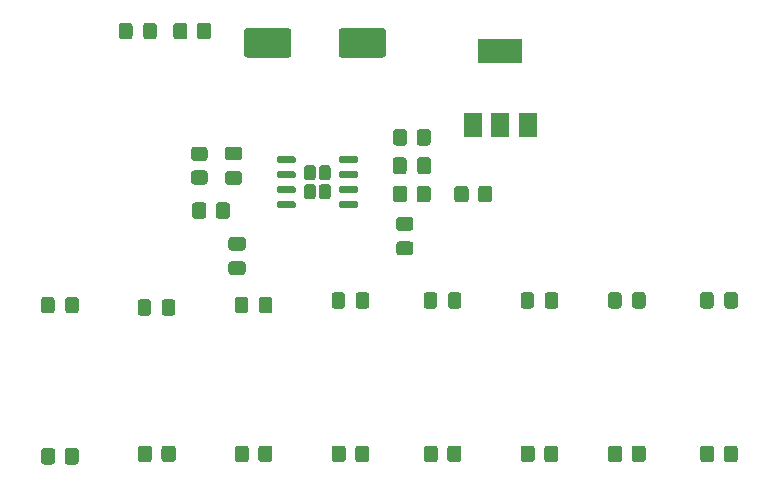
<source format=gbr>
%TF.GenerationSoftware,KiCad,Pcbnew,(5.1.10)-1*%
%TF.CreationDate,2022-04-08T18:55:06+02:00*%
%TF.ProjectId,shield_Arduino,73686965-6c64-45f4-9172-6475696e6f2e,rev?*%
%TF.SameCoordinates,Original*%
%TF.FileFunction,Paste,Top*%
%TF.FilePolarity,Positive*%
%FSLAX46Y46*%
G04 Gerber Fmt 4.6, Leading zero omitted, Abs format (unit mm)*
G04 Created by KiCad (PCBNEW (5.1.10)-1) date 2022-04-08 18:55:06*
%MOMM*%
%LPD*%
G01*
G04 APERTURE LIST*
%ADD10R,1.500000X2.000000*%
%ADD11R,3.800000X2.000000*%
G04 APERTURE END LIST*
D10*
%TO.C,Q1*%
X142000000Y-119690000D03*
X146600000Y-119690000D03*
X144300000Y-119690000D03*
D11*
X144300000Y-113390000D03*
%TD*%
%TO.C,R10*%
G36*
G01*
X132000000Y-147990001D02*
X132000000Y-147089999D01*
G75*
G02*
X132249999Y-146840000I249999J0D01*
G01*
X132950001Y-146840000D01*
G75*
G02*
X133200000Y-147089999I0J-249999D01*
G01*
X133200000Y-147990001D01*
G75*
G02*
X132950001Y-148240000I-249999J0D01*
G01*
X132249999Y-148240000D01*
G75*
G02*
X132000000Y-147990001I0J249999D01*
G01*
G37*
G36*
G01*
X130000000Y-147990001D02*
X130000000Y-147089999D01*
G75*
G02*
X130249999Y-146840000I249999J0D01*
G01*
X130950001Y-146840000D01*
G75*
G02*
X131200000Y-147089999I0J-249999D01*
G01*
X131200000Y-147990001D01*
G75*
G02*
X130950001Y-148240000I-249999J0D01*
G01*
X130249999Y-148240000D01*
G75*
G02*
X130000000Y-147990001I0J249999D01*
G01*
G37*
%TD*%
%TO.C,R11*%
G36*
G01*
X139800000Y-147990001D02*
X139800000Y-147089999D01*
G75*
G02*
X140049999Y-146840000I249999J0D01*
G01*
X140750001Y-146840000D01*
G75*
G02*
X141000000Y-147089999I0J-249999D01*
G01*
X141000000Y-147990001D01*
G75*
G02*
X140750001Y-148240000I-249999J0D01*
G01*
X140049999Y-148240000D01*
G75*
G02*
X139800000Y-147990001I0J249999D01*
G01*
G37*
G36*
G01*
X137800000Y-147990001D02*
X137800000Y-147089999D01*
G75*
G02*
X138049999Y-146840000I249999J0D01*
G01*
X138750001Y-146840000D01*
G75*
G02*
X139000000Y-147089999I0J-249999D01*
G01*
X139000000Y-147990001D01*
G75*
G02*
X138750001Y-148240000I-249999J0D01*
G01*
X138049999Y-148240000D01*
G75*
G02*
X137800000Y-147990001I0J249999D01*
G01*
G37*
%TD*%
%TO.C,R7*%
G36*
G01*
X106600000Y-147289999D02*
X106600000Y-148190001D01*
G75*
G02*
X106350001Y-148440000I-249999J0D01*
G01*
X105649999Y-148440000D01*
G75*
G02*
X105400000Y-148190001I0J249999D01*
G01*
X105400000Y-147289999D01*
G75*
G02*
X105649999Y-147040000I249999J0D01*
G01*
X106350001Y-147040000D01*
G75*
G02*
X106600000Y-147289999I0J-249999D01*
G01*
G37*
G36*
G01*
X108600000Y-147289999D02*
X108600000Y-148190001D01*
G75*
G02*
X108350001Y-148440000I-249999J0D01*
G01*
X107649999Y-148440000D01*
G75*
G02*
X107400000Y-148190001I0J249999D01*
G01*
X107400000Y-147289999D01*
G75*
G02*
X107649999Y-147040000I249999J0D01*
G01*
X108350001Y-147040000D01*
G75*
G02*
X108600000Y-147289999I0J-249999D01*
G01*
G37*
%TD*%
%TO.C,U1*%
G36*
G01*
X128925000Y-125735000D02*
X128925000Y-124945000D01*
G75*
G02*
X129175000Y-124695000I250000J0D01*
G01*
X129685000Y-124695000D01*
G75*
G02*
X129935000Y-124945000I0J-250000D01*
G01*
X129935000Y-125735000D01*
G75*
G02*
X129685000Y-125985000I-250000J0D01*
G01*
X129175000Y-125985000D01*
G75*
G02*
X128925000Y-125735000I0J250000D01*
G01*
G37*
G36*
G01*
X128925000Y-124135000D02*
X128925000Y-123345000D01*
G75*
G02*
X129175000Y-123095000I250000J0D01*
G01*
X129685000Y-123095000D01*
G75*
G02*
X129935000Y-123345000I0J-250000D01*
G01*
X129935000Y-124135000D01*
G75*
G02*
X129685000Y-124385000I-250000J0D01*
G01*
X129175000Y-124385000D01*
G75*
G02*
X128925000Y-124135000I0J250000D01*
G01*
G37*
G36*
G01*
X127665000Y-125735000D02*
X127665000Y-124945000D01*
G75*
G02*
X127915000Y-124695000I250000J0D01*
G01*
X128425000Y-124695000D01*
G75*
G02*
X128675000Y-124945000I0J-250000D01*
G01*
X128675000Y-125735000D01*
G75*
G02*
X128425000Y-125985000I-250000J0D01*
G01*
X127915000Y-125985000D01*
G75*
G02*
X127665000Y-125735000I0J250000D01*
G01*
G37*
G36*
G01*
X127665000Y-124135000D02*
X127665000Y-123345000D01*
G75*
G02*
X127915000Y-123095000I250000J0D01*
G01*
X128425000Y-123095000D01*
G75*
G02*
X128675000Y-123345000I0J-250000D01*
G01*
X128675000Y-124135000D01*
G75*
G02*
X128425000Y-124385000I-250000J0D01*
G01*
X127915000Y-124385000D01*
G75*
G02*
X127665000Y-124135000I0J250000D01*
G01*
G37*
G36*
G01*
X130625000Y-122785000D02*
X130625000Y-122485000D01*
G75*
G02*
X130775000Y-122335000I150000J0D01*
G01*
X132100000Y-122335000D01*
G75*
G02*
X132250000Y-122485000I0J-150000D01*
G01*
X132250000Y-122785000D01*
G75*
G02*
X132100000Y-122935000I-150000J0D01*
G01*
X130775000Y-122935000D01*
G75*
G02*
X130625000Y-122785000I0J150000D01*
G01*
G37*
G36*
G01*
X130625000Y-124055000D02*
X130625000Y-123755000D01*
G75*
G02*
X130775000Y-123605000I150000J0D01*
G01*
X132100000Y-123605000D01*
G75*
G02*
X132250000Y-123755000I0J-150000D01*
G01*
X132250000Y-124055000D01*
G75*
G02*
X132100000Y-124205000I-150000J0D01*
G01*
X130775000Y-124205000D01*
G75*
G02*
X130625000Y-124055000I0J150000D01*
G01*
G37*
G36*
G01*
X130625000Y-125325000D02*
X130625000Y-125025000D01*
G75*
G02*
X130775000Y-124875000I150000J0D01*
G01*
X132100000Y-124875000D01*
G75*
G02*
X132250000Y-125025000I0J-150000D01*
G01*
X132250000Y-125325000D01*
G75*
G02*
X132100000Y-125475000I-150000J0D01*
G01*
X130775000Y-125475000D01*
G75*
G02*
X130625000Y-125325000I0J150000D01*
G01*
G37*
G36*
G01*
X130625000Y-126595000D02*
X130625000Y-126295000D01*
G75*
G02*
X130775000Y-126145000I150000J0D01*
G01*
X132100000Y-126145000D01*
G75*
G02*
X132250000Y-126295000I0J-150000D01*
G01*
X132250000Y-126595000D01*
G75*
G02*
X132100000Y-126745000I-150000J0D01*
G01*
X130775000Y-126745000D01*
G75*
G02*
X130625000Y-126595000I0J150000D01*
G01*
G37*
G36*
G01*
X125350000Y-126595000D02*
X125350000Y-126295000D01*
G75*
G02*
X125500000Y-126145000I150000J0D01*
G01*
X126825000Y-126145000D01*
G75*
G02*
X126975000Y-126295000I0J-150000D01*
G01*
X126975000Y-126595000D01*
G75*
G02*
X126825000Y-126745000I-150000J0D01*
G01*
X125500000Y-126745000D01*
G75*
G02*
X125350000Y-126595000I0J150000D01*
G01*
G37*
G36*
G01*
X125350000Y-125325000D02*
X125350000Y-125025000D01*
G75*
G02*
X125500000Y-124875000I150000J0D01*
G01*
X126825000Y-124875000D01*
G75*
G02*
X126975000Y-125025000I0J-150000D01*
G01*
X126975000Y-125325000D01*
G75*
G02*
X126825000Y-125475000I-150000J0D01*
G01*
X125500000Y-125475000D01*
G75*
G02*
X125350000Y-125325000I0J150000D01*
G01*
G37*
G36*
G01*
X125350000Y-124055000D02*
X125350000Y-123755000D01*
G75*
G02*
X125500000Y-123605000I150000J0D01*
G01*
X126825000Y-123605000D01*
G75*
G02*
X126975000Y-123755000I0J-150000D01*
G01*
X126975000Y-124055000D01*
G75*
G02*
X126825000Y-124205000I-150000J0D01*
G01*
X125500000Y-124205000D01*
G75*
G02*
X125350000Y-124055000I0J150000D01*
G01*
G37*
G36*
G01*
X125350000Y-122785000D02*
X125350000Y-122485000D01*
G75*
G02*
X125500000Y-122335000I150000J0D01*
G01*
X126825000Y-122335000D01*
G75*
G02*
X126975000Y-122485000I0J-150000D01*
G01*
X126975000Y-122785000D01*
G75*
G02*
X126825000Y-122935000I-150000J0D01*
G01*
X125500000Y-122935000D01*
G75*
G02*
X125350000Y-122785000I0J150000D01*
G01*
G37*
%TD*%
%TO.C,R14*%
G36*
G01*
X163200000Y-147990001D02*
X163200000Y-147089999D01*
G75*
G02*
X163449999Y-146840000I249999J0D01*
G01*
X164150001Y-146840000D01*
G75*
G02*
X164400000Y-147089999I0J-249999D01*
G01*
X164400000Y-147990001D01*
G75*
G02*
X164150001Y-148240000I-249999J0D01*
G01*
X163449999Y-148240000D01*
G75*
G02*
X163200000Y-147990001I0J249999D01*
G01*
G37*
G36*
G01*
X161200000Y-147990001D02*
X161200000Y-147089999D01*
G75*
G02*
X161449999Y-146840000I249999J0D01*
G01*
X162150001Y-146840000D01*
G75*
G02*
X162400000Y-147089999I0J-249999D01*
G01*
X162400000Y-147990001D01*
G75*
G02*
X162150001Y-148240000I-249999J0D01*
G01*
X161449999Y-148240000D01*
G75*
G02*
X161200000Y-147990001I0J249999D01*
G01*
G37*
%TD*%
%TO.C,R13*%
G36*
G01*
X155400000Y-147990001D02*
X155400000Y-147089999D01*
G75*
G02*
X155649999Y-146840000I249999J0D01*
G01*
X156350001Y-146840000D01*
G75*
G02*
X156600000Y-147089999I0J-249999D01*
G01*
X156600000Y-147990001D01*
G75*
G02*
X156350001Y-148240000I-249999J0D01*
G01*
X155649999Y-148240000D01*
G75*
G02*
X155400000Y-147990001I0J249999D01*
G01*
G37*
G36*
G01*
X153400000Y-147990001D02*
X153400000Y-147089999D01*
G75*
G02*
X153649999Y-146840000I249999J0D01*
G01*
X154350001Y-146840000D01*
G75*
G02*
X154600000Y-147089999I0J-249999D01*
G01*
X154600000Y-147990001D01*
G75*
G02*
X154350001Y-148240000I-249999J0D01*
G01*
X153649999Y-148240000D01*
G75*
G02*
X153400000Y-147990001I0J249999D01*
G01*
G37*
%TD*%
%TO.C,R12*%
G36*
G01*
X148000000Y-147990001D02*
X148000000Y-147089999D01*
G75*
G02*
X148249999Y-146840000I249999J0D01*
G01*
X148950001Y-146840000D01*
G75*
G02*
X149200000Y-147089999I0J-249999D01*
G01*
X149200000Y-147990001D01*
G75*
G02*
X148950001Y-148240000I-249999J0D01*
G01*
X148249999Y-148240000D01*
G75*
G02*
X148000000Y-147990001I0J249999D01*
G01*
G37*
G36*
G01*
X146000000Y-147990001D02*
X146000000Y-147089999D01*
G75*
G02*
X146249999Y-146840000I249999J0D01*
G01*
X146950001Y-146840000D01*
G75*
G02*
X147200000Y-147089999I0J-249999D01*
G01*
X147200000Y-147990001D01*
G75*
G02*
X146950001Y-148240000I-249999J0D01*
G01*
X146249999Y-148240000D01*
G75*
G02*
X146000000Y-147990001I0J249999D01*
G01*
G37*
%TD*%
%TO.C,R9*%
G36*
G01*
X123800000Y-147990001D02*
X123800000Y-147089999D01*
G75*
G02*
X124049999Y-146840000I249999J0D01*
G01*
X124750001Y-146840000D01*
G75*
G02*
X125000000Y-147089999I0J-249999D01*
G01*
X125000000Y-147990001D01*
G75*
G02*
X124750001Y-148240000I-249999J0D01*
G01*
X124049999Y-148240000D01*
G75*
G02*
X123800000Y-147990001I0J249999D01*
G01*
G37*
G36*
G01*
X121800000Y-147990001D02*
X121800000Y-147089999D01*
G75*
G02*
X122049999Y-146840000I249999J0D01*
G01*
X122750001Y-146840000D01*
G75*
G02*
X123000000Y-147089999I0J-249999D01*
G01*
X123000000Y-147990001D01*
G75*
G02*
X122750001Y-148240000I-249999J0D01*
G01*
X122049999Y-148240000D01*
G75*
G02*
X121800000Y-147990001I0J249999D01*
G01*
G37*
%TD*%
%TO.C,R8*%
G36*
G01*
X114800000Y-147089999D02*
X114800000Y-147990001D01*
G75*
G02*
X114550001Y-148240000I-249999J0D01*
G01*
X113849999Y-148240000D01*
G75*
G02*
X113600000Y-147990001I0J249999D01*
G01*
X113600000Y-147089999D01*
G75*
G02*
X113849999Y-146840000I249999J0D01*
G01*
X114550001Y-146840000D01*
G75*
G02*
X114800000Y-147089999I0J-249999D01*
G01*
G37*
G36*
G01*
X116800000Y-147089999D02*
X116800000Y-147990001D01*
G75*
G02*
X116550001Y-148240000I-249999J0D01*
G01*
X115849999Y-148240000D01*
G75*
G02*
X115600000Y-147990001I0J249999D01*
G01*
X115600000Y-147089999D01*
G75*
G02*
X115849999Y-146840000I249999J0D01*
G01*
X116550001Y-146840000D01*
G75*
G02*
X116800000Y-147089999I0J-249999D01*
G01*
G37*
%TD*%
%TO.C,R6*%
G36*
G01*
X117800000Y-111289999D02*
X117800000Y-112190001D01*
G75*
G02*
X117550001Y-112440000I-249999J0D01*
G01*
X116849999Y-112440000D01*
G75*
G02*
X116600000Y-112190001I0J249999D01*
G01*
X116600000Y-111289999D01*
G75*
G02*
X116849999Y-111040000I249999J0D01*
G01*
X117550001Y-111040000D01*
G75*
G02*
X117800000Y-111289999I0J-249999D01*
G01*
G37*
G36*
G01*
X119800000Y-111289999D02*
X119800000Y-112190001D01*
G75*
G02*
X119550001Y-112440000I-249999J0D01*
G01*
X118849999Y-112440000D01*
G75*
G02*
X118600000Y-112190001I0J249999D01*
G01*
X118600000Y-111289999D01*
G75*
G02*
X118849999Y-111040000I249999J0D01*
G01*
X119550001Y-111040000D01*
G75*
G02*
X119800000Y-111289999I0J-249999D01*
G01*
G37*
%TD*%
%TO.C,R5*%
G36*
G01*
X137200000Y-121190001D02*
X137200000Y-120289999D01*
G75*
G02*
X137449999Y-120040000I249999J0D01*
G01*
X138150001Y-120040000D01*
G75*
G02*
X138400000Y-120289999I0J-249999D01*
G01*
X138400000Y-121190001D01*
G75*
G02*
X138150001Y-121440000I-249999J0D01*
G01*
X137449999Y-121440000D01*
G75*
G02*
X137200000Y-121190001I0J249999D01*
G01*
G37*
G36*
G01*
X135200000Y-121190001D02*
X135200000Y-120289999D01*
G75*
G02*
X135449999Y-120040000I249999J0D01*
G01*
X136150001Y-120040000D01*
G75*
G02*
X136400000Y-120289999I0J-249999D01*
G01*
X136400000Y-121190001D01*
G75*
G02*
X136150001Y-121440000I-249999J0D01*
G01*
X135449999Y-121440000D01*
G75*
G02*
X135200000Y-121190001I0J249999D01*
G01*
G37*
%TD*%
%TO.C,R4*%
G36*
G01*
X137200000Y-125990001D02*
X137200000Y-125089999D01*
G75*
G02*
X137449999Y-124840000I249999J0D01*
G01*
X138150001Y-124840000D01*
G75*
G02*
X138400000Y-125089999I0J-249999D01*
G01*
X138400000Y-125990001D01*
G75*
G02*
X138150001Y-126240000I-249999J0D01*
G01*
X137449999Y-126240000D01*
G75*
G02*
X137200000Y-125990001I0J249999D01*
G01*
G37*
G36*
G01*
X135200000Y-125990001D02*
X135200000Y-125089999D01*
G75*
G02*
X135449999Y-124840000I249999J0D01*
G01*
X136150001Y-124840000D01*
G75*
G02*
X136400000Y-125089999I0J-249999D01*
G01*
X136400000Y-125990001D01*
G75*
G02*
X136150001Y-126240000I-249999J0D01*
G01*
X135449999Y-126240000D01*
G75*
G02*
X135200000Y-125990001I0J249999D01*
G01*
G37*
%TD*%
%TO.C,R3*%
G36*
G01*
X142400000Y-125990001D02*
X142400000Y-125089999D01*
G75*
G02*
X142649999Y-124840000I249999J0D01*
G01*
X143350001Y-124840000D01*
G75*
G02*
X143600000Y-125089999I0J-249999D01*
G01*
X143600000Y-125990001D01*
G75*
G02*
X143350001Y-126240000I-249999J0D01*
G01*
X142649999Y-126240000D01*
G75*
G02*
X142400000Y-125990001I0J249999D01*
G01*
G37*
G36*
G01*
X140400000Y-125990001D02*
X140400000Y-125089999D01*
G75*
G02*
X140649999Y-124840000I249999J0D01*
G01*
X141350001Y-124840000D01*
G75*
G02*
X141600000Y-125089999I0J-249999D01*
G01*
X141600000Y-125990001D01*
G75*
G02*
X141350001Y-126240000I-249999J0D01*
G01*
X140649999Y-126240000D01*
G75*
G02*
X140400000Y-125990001I0J249999D01*
G01*
G37*
%TD*%
%TO.C,R2*%
G36*
G01*
X120200000Y-127390001D02*
X120200000Y-126489999D01*
G75*
G02*
X120449999Y-126240000I249999J0D01*
G01*
X121150001Y-126240000D01*
G75*
G02*
X121400000Y-126489999I0J-249999D01*
G01*
X121400000Y-127390001D01*
G75*
G02*
X121150001Y-127640000I-249999J0D01*
G01*
X120449999Y-127640000D01*
G75*
G02*
X120200000Y-127390001I0J249999D01*
G01*
G37*
G36*
G01*
X118200000Y-127390001D02*
X118200000Y-126489999D01*
G75*
G02*
X118449999Y-126240000I249999J0D01*
G01*
X119150001Y-126240000D01*
G75*
G02*
X119400000Y-126489999I0J-249999D01*
G01*
X119400000Y-127390001D01*
G75*
G02*
X119150001Y-127640000I-249999J0D01*
G01*
X118449999Y-127640000D01*
G75*
G02*
X118200000Y-127390001I0J249999D01*
G01*
G37*
%TD*%
%TO.C,R1*%
G36*
G01*
X119250001Y-122740000D02*
X118349999Y-122740000D01*
G75*
G02*
X118100000Y-122490001I0J249999D01*
G01*
X118100000Y-121789999D01*
G75*
G02*
X118349999Y-121540000I249999J0D01*
G01*
X119250001Y-121540000D01*
G75*
G02*
X119500000Y-121789999I0J-249999D01*
G01*
X119500000Y-122490001D01*
G75*
G02*
X119250001Y-122740000I-249999J0D01*
G01*
G37*
G36*
G01*
X119250001Y-124740000D02*
X118349999Y-124740000D01*
G75*
G02*
X118100000Y-124490001I0J249999D01*
G01*
X118100000Y-123789999D01*
G75*
G02*
X118349999Y-123540000I249999J0D01*
G01*
X119250001Y-123540000D01*
G75*
G02*
X119500000Y-123789999I0J-249999D01*
G01*
X119500000Y-124490001D01*
G75*
G02*
X119250001Y-124740000I-249999J0D01*
G01*
G37*
%TD*%
%TO.C,D9*%
G36*
G01*
X163250000Y-134990001D02*
X163250000Y-134089999D01*
G75*
G02*
X163499999Y-133840000I249999J0D01*
G01*
X164150001Y-133840000D01*
G75*
G02*
X164400000Y-134089999I0J-249999D01*
G01*
X164400000Y-134990001D01*
G75*
G02*
X164150001Y-135240000I-249999J0D01*
G01*
X163499999Y-135240000D01*
G75*
G02*
X163250000Y-134990001I0J249999D01*
G01*
G37*
G36*
G01*
X161200000Y-134990001D02*
X161200000Y-134089999D01*
G75*
G02*
X161449999Y-133840000I249999J0D01*
G01*
X162100001Y-133840000D01*
G75*
G02*
X162350000Y-134089999I0J-249999D01*
G01*
X162350000Y-134990001D01*
G75*
G02*
X162100001Y-135240000I-249999J0D01*
G01*
X161449999Y-135240000D01*
G75*
G02*
X161200000Y-134990001I0J249999D01*
G01*
G37*
%TD*%
%TO.C,D8*%
G36*
G01*
X155450000Y-134990001D02*
X155450000Y-134089999D01*
G75*
G02*
X155699999Y-133840000I249999J0D01*
G01*
X156350001Y-133840000D01*
G75*
G02*
X156600000Y-134089999I0J-249999D01*
G01*
X156600000Y-134990001D01*
G75*
G02*
X156350001Y-135240000I-249999J0D01*
G01*
X155699999Y-135240000D01*
G75*
G02*
X155450000Y-134990001I0J249999D01*
G01*
G37*
G36*
G01*
X153400000Y-134990001D02*
X153400000Y-134089999D01*
G75*
G02*
X153649999Y-133840000I249999J0D01*
G01*
X154300001Y-133840000D01*
G75*
G02*
X154550000Y-134089999I0J-249999D01*
G01*
X154550000Y-134990001D01*
G75*
G02*
X154300001Y-135240000I-249999J0D01*
G01*
X153649999Y-135240000D01*
G75*
G02*
X153400000Y-134990001I0J249999D01*
G01*
G37*
%TD*%
%TO.C,D7*%
G36*
G01*
X148050000Y-134990001D02*
X148050000Y-134089999D01*
G75*
G02*
X148299999Y-133840000I249999J0D01*
G01*
X148950001Y-133840000D01*
G75*
G02*
X149200000Y-134089999I0J-249999D01*
G01*
X149200000Y-134990001D01*
G75*
G02*
X148950001Y-135240000I-249999J0D01*
G01*
X148299999Y-135240000D01*
G75*
G02*
X148050000Y-134990001I0J249999D01*
G01*
G37*
G36*
G01*
X146000000Y-134990001D02*
X146000000Y-134089999D01*
G75*
G02*
X146249999Y-133840000I249999J0D01*
G01*
X146900001Y-133840000D01*
G75*
G02*
X147150000Y-134089999I0J-249999D01*
G01*
X147150000Y-134990001D01*
G75*
G02*
X146900001Y-135240000I-249999J0D01*
G01*
X146249999Y-135240000D01*
G75*
G02*
X146000000Y-134990001I0J249999D01*
G01*
G37*
%TD*%
%TO.C,D6*%
G36*
G01*
X139850000Y-134990001D02*
X139850000Y-134089999D01*
G75*
G02*
X140099999Y-133840000I249999J0D01*
G01*
X140750001Y-133840000D01*
G75*
G02*
X141000000Y-134089999I0J-249999D01*
G01*
X141000000Y-134990001D01*
G75*
G02*
X140750001Y-135240000I-249999J0D01*
G01*
X140099999Y-135240000D01*
G75*
G02*
X139850000Y-134990001I0J249999D01*
G01*
G37*
G36*
G01*
X137800000Y-134990001D02*
X137800000Y-134089999D01*
G75*
G02*
X138049999Y-133840000I249999J0D01*
G01*
X138700001Y-133840000D01*
G75*
G02*
X138950000Y-134089999I0J-249999D01*
G01*
X138950000Y-134990001D01*
G75*
G02*
X138700001Y-135240000I-249999J0D01*
G01*
X138049999Y-135240000D01*
G75*
G02*
X137800000Y-134990001I0J249999D01*
G01*
G37*
%TD*%
%TO.C,D5*%
G36*
G01*
X132050000Y-134990001D02*
X132050000Y-134089999D01*
G75*
G02*
X132299999Y-133840000I249999J0D01*
G01*
X132950001Y-133840000D01*
G75*
G02*
X133200000Y-134089999I0J-249999D01*
G01*
X133200000Y-134990001D01*
G75*
G02*
X132950001Y-135240000I-249999J0D01*
G01*
X132299999Y-135240000D01*
G75*
G02*
X132050000Y-134990001I0J249999D01*
G01*
G37*
G36*
G01*
X130000000Y-134990001D02*
X130000000Y-134089999D01*
G75*
G02*
X130249999Y-133840000I249999J0D01*
G01*
X130900001Y-133840000D01*
G75*
G02*
X131150000Y-134089999I0J-249999D01*
G01*
X131150000Y-134990001D01*
G75*
G02*
X130900001Y-135240000I-249999J0D01*
G01*
X130249999Y-135240000D01*
G75*
G02*
X130000000Y-134990001I0J249999D01*
G01*
G37*
%TD*%
%TO.C,D4*%
G36*
G01*
X123850000Y-135390001D02*
X123850000Y-134489999D01*
G75*
G02*
X124099999Y-134240000I249999J0D01*
G01*
X124750001Y-134240000D01*
G75*
G02*
X125000000Y-134489999I0J-249999D01*
G01*
X125000000Y-135390001D01*
G75*
G02*
X124750001Y-135640000I-249999J0D01*
G01*
X124099999Y-135640000D01*
G75*
G02*
X123850000Y-135390001I0J249999D01*
G01*
G37*
G36*
G01*
X121800000Y-135390001D02*
X121800000Y-134489999D01*
G75*
G02*
X122049999Y-134240000I249999J0D01*
G01*
X122700001Y-134240000D01*
G75*
G02*
X122950000Y-134489999I0J-249999D01*
G01*
X122950000Y-135390001D01*
G75*
G02*
X122700001Y-135640000I-249999J0D01*
G01*
X122049999Y-135640000D01*
G75*
G02*
X121800000Y-135390001I0J249999D01*
G01*
G37*
%TD*%
%TO.C,D3*%
G36*
G01*
X115625000Y-135590001D02*
X115625000Y-134689999D01*
G75*
G02*
X115874999Y-134440000I249999J0D01*
G01*
X116525001Y-134440000D01*
G75*
G02*
X116775000Y-134689999I0J-249999D01*
G01*
X116775000Y-135590001D01*
G75*
G02*
X116525001Y-135840000I-249999J0D01*
G01*
X115874999Y-135840000D01*
G75*
G02*
X115625000Y-135590001I0J249999D01*
G01*
G37*
G36*
G01*
X113575000Y-135590001D02*
X113575000Y-134689999D01*
G75*
G02*
X113824999Y-134440000I249999J0D01*
G01*
X114475001Y-134440000D01*
G75*
G02*
X114725000Y-134689999I0J-249999D01*
G01*
X114725000Y-135590001D01*
G75*
G02*
X114475001Y-135840000I-249999J0D01*
G01*
X113824999Y-135840000D01*
G75*
G02*
X113575000Y-135590001I0J249999D01*
G01*
G37*
%TD*%
%TO.C,D2*%
G36*
G01*
X107450000Y-135390001D02*
X107450000Y-134489999D01*
G75*
G02*
X107699999Y-134240000I249999J0D01*
G01*
X108350001Y-134240000D01*
G75*
G02*
X108600000Y-134489999I0J-249999D01*
G01*
X108600000Y-135390001D01*
G75*
G02*
X108350001Y-135640000I-249999J0D01*
G01*
X107699999Y-135640000D01*
G75*
G02*
X107450000Y-135390001I0J249999D01*
G01*
G37*
G36*
G01*
X105400000Y-135390001D02*
X105400000Y-134489999D01*
G75*
G02*
X105649999Y-134240000I249999J0D01*
G01*
X106300001Y-134240000D01*
G75*
G02*
X106550000Y-134489999I0J-249999D01*
G01*
X106550000Y-135390001D01*
G75*
G02*
X106300001Y-135640000I-249999J0D01*
G01*
X105649999Y-135640000D01*
G75*
G02*
X105400000Y-135390001I0J249999D01*
G01*
G37*
%TD*%
%TO.C,D1*%
G36*
G01*
X113150000Y-111289999D02*
X113150000Y-112190001D01*
G75*
G02*
X112900001Y-112440000I-249999J0D01*
G01*
X112249999Y-112440000D01*
G75*
G02*
X112000000Y-112190001I0J249999D01*
G01*
X112000000Y-111289999D01*
G75*
G02*
X112249999Y-111040000I249999J0D01*
G01*
X112900001Y-111040000D01*
G75*
G02*
X113150000Y-111289999I0J-249999D01*
G01*
G37*
G36*
G01*
X115200000Y-111289999D02*
X115200000Y-112190001D01*
G75*
G02*
X114950001Y-112440000I-249999J0D01*
G01*
X114299999Y-112440000D01*
G75*
G02*
X114050000Y-112190001I0J249999D01*
G01*
X114050000Y-111289999D01*
G75*
G02*
X114299999Y-111040000I249999J0D01*
G01*
X114950001Y-111040000D01*
G75*
G02*
X115200000Y-111289999I0J-249999D01*
G01*
G37*
%TD*%
%TO.C,C5*%
G36*
G01*
X126600000Y-111740000D02*
X126600000Y-113740000D01*
G75*
G02*
X126350000Y-113990000I-250000J0D01*
G01*
X122850000Y-113990000D01*
G75*
G02*
X122600000Y-113740000I0J250000D01*
G01*
X122600000Y-111740000D01*
G75*
G02*
X122850000Y-111490000I250000J0D01*
G01*
X126350000Y-111490000D01*
G75*
G02*
X126600000Y-111740000I0J-250000D01*
G01*
G37*
G36*
G01*
X134600000Y-111740000D02*
X134600000Y-113740000D01*
G75*
G02*
X134350000Y-113990000I-250000J0D01*
G01*
X130850000Y-113990000D01*
G75*
G02*
X130600000Y-113740000I0J250000D01*
G01*
X130600000Y-111740000D01*
G75*
G02*
X130850000Y-111490000I250000J0D01*
G01*
X134350000Y-111490000D01*
G75*
G02*
X134600000Y-111740000I0J-250000D01*
G01*
G37*
%TD*%
%TO.C,C4*%
G36*
G01*
X137250000Y-123615000D02*
X137250000Y-122665000D01*
G75*
G02*
X137500000Y-122415000I250000J0D01*
G01*
X138175000Y-122415000D01*
G75*
G02*
X138425000Y-122665000I0J-250000D01*
G01*
X138425000Y-123615000D01*
G75*
G02*
X138175000Y-123865000I-250000J0D01*
G01*
X137500000Y-123865000D01*
G75*
G02*
X137250000Y-123615000I0J250000D01*
G01*
G37*
G36*
G01*
X135175000Y-123615000D02*
X135175000Y-122665000D01*
G75*
G02*
X135425000Y-122415000I250000J0D01*
G01*
X136100000Y-122415000D01*
G75*
G02*
X136350000Y-122665000I0J-250000D01*
G01*
X136350000Y-123615000D01*
G75*
G02*
X136100000Y-123865000I-250000J0D01*
G01*
X135425000Y-123865000D01*
G75*
G02*
X135175000Y-123615000I0J250000D01*
G01*
G37*
%TD*%
%TO.C,C3*%
G36*
G01*
X135725000Y-129552500D02*
X136675000Y-129552500D01*
G75*
G02*
X136925000Y-129802500I0J-250000D01*
G01*
X136925000Y-130477500D01*
G75*
G02*
X136675000Y-130727500I-250000J0D01*
G01*
X135725000Y-130727500D01*
G75*
G02*
X135475000Y-130477500I0J250000D01*
G01*
X135475000Y-129802500D01*
G75*
G02*
X135725000Y-129552500I250000J0D01*
G01*
G37*
G36*
G01*
X135725000Y-127477500D02*
X136675000Y-127477500D01*
G75*
G02*
X136925000Y-127727500I0J-250000D01*
G01*
X136925000Y-128402500D01*
G75*
G02*
X136675000Y-128652500I-250000J0D01*
G01*
X135725000Y-128652500D01*
G75*
G02*
X135475000Y-128402500I0J250000D01*
G01*
X135475000Y-127727500D01*
G75*
G02*
X135725000Y-127477500I250000J0D01*
G01*
G37*
%TD*%
%TO.C,C2*%
G36*
G01*
X122175000Y-122690000D02*
X121225000Y-122690000D01*
G75*
G02*
X120975000Y-122440000I0J250000D01*
G01*
X120975000Y-121765000D01*
G75*
G02*
X121225000Y-121515000I250000J0D01*
G01*
X122175000Y-121515000D01*
G75*
G02*
X122425000Y-121765000I0J-250000D01*
G01*
X122425000Y-122440000D01*
G75*
G02*
X122175000Y-122690000I-250000J0D01*
G01*
G37*
G36*
G01*
X122175000Y-124765000D02*
X121225000Y-124765000D01*
G75*
G02*
X120975000Y-124515000I0J250000D01*
G01*
X120975000Y-123840000D01*
G75*
G02*
X121225000Y-123590000I250000J0D01*
G01*
X122175000Y-123590000D01*
G75*
G02*
X122425000Y-123840000I0J-250000D01*
G01*
X122425000Y-124515000D01*
G75*
G02*
X122175000Y-124765000I-250000J0D01*
G01*
G37*
%TD*%
%TO.C,C1*%
G36*
G01*
X121525000Y-131227500D02*
X122475000Y-131227500D01*
G75*
G02*
X122725000Y-131477500I0J-250000D01*
G01*
X122725000Y-132152500D01*
G75*
G02*
X122475000Y-132402500I-250000J0D01*
G01*
X121525000Y-132402500D01*
G75*
G02*
X121275000Y-132152500I0J250000D01*
G01*
X121275000Y-131477500D01*
G75*
G02*
X121525000Y-131227500I250000J0D01*
G01*
G37*
G36*
G01*
X121525000Y-129152500D02*
X122475000Y-129152500D01*
G75*
G02*
X122725000Y-129402500I0J-250000D01*
G01*
X122725000Y-130077500D01*
G75*
G02*
X122475000Y-130327500I-250000J0D01*
G01*
X121525000Y-130327500D01*
G75*
G02*
X121275000Y-130077500I0J250000D01*
G01*
X121275000Y-129402500D01*
G75*
G02*
X121525000Y-129152500I250000J0D01*
G01*
G37*
%TD*%
M02*

</source>
